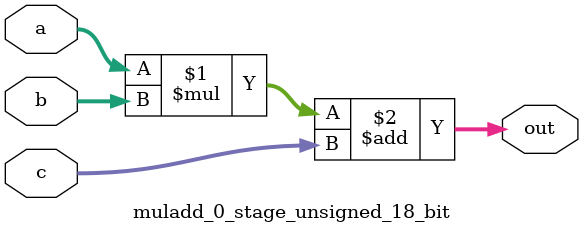
<source format=sv>
(* use_dsp = "yes" *) module muladd_0_stage_unsigned_18_bit(
	input  [17:0] a,
	input  [17:0] b,
	input  [17:0] c,
	output [17:0] out
	);

	assign out = (a * b) + c;
endmodule

</source>
